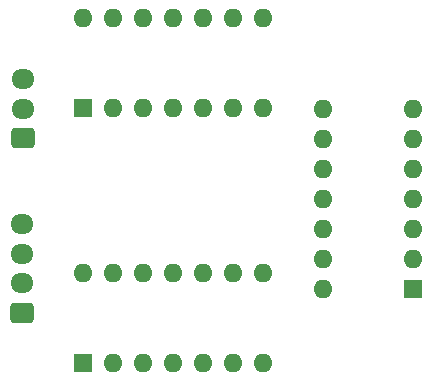
<source format=gbr>
%TF.GenerationSoftware,KiCad,Pcbnew,(6.0.6)*%
%TF.CreationDate,2022-12-02T11:59:31+05:30*%
%TF.ProjectId,exp6a,65787036-612e-46b6-9963-61645f706362,rev?*%
%TF.SameCoordinates,Original*%
%TF.FileFunction,Copper,L1,Top*%
%TF.FilePolarity,Positive*%
%FSLAX46Y46*%
G04 Gerber Fmt 4.6, Leading zero omitted, Abs format (unit mm)*
G04 Created by KiCad (PCBNEW (6.0.6)) date 2022-12-02 11:59:31*
%MOMM*%
%LPD*%
G01*
G04 APERTURE LIST*
G04 Aperture macros list*
%AMRoundRect*
0 Rectangle with rounded corners*
0 $1 Rounding radius*
0 $2 $3 $4 $5 $6 $7 $8 $9 X,Y pos of 4 corners*
0 Add a 4 corners polygon primitive as box body*
4,1,4,$2,$3,$4,$5,$6,$7,$8,$9,$2,$3,0*
0 Add four circle primitives for the rounded corners*
1,1,$1+$1,$2,$3*
1,1,$1+$1,$4,$5*
1,1,$1+$1,$6,$7*
1,1,$1+$1,$8,$9*
0 Add four rect primitives between the rounded corners*
20,1,$1+$1,$2,$3,$4,$5,0*
20,1,$1+$1,$4,$5,$6,$7,0*
20,1,$1+$1,$6,$7,$8,$9,0*
20,1,$1+$1,$8,$9,$2,$3,0*%
G04 Aperture macros list end*
%TA.AperFunction,ComponentPad*%
%ADD10RoundRect,0.250000X0.725000X-0.600000X0.725000X0.600000X-0.725000X0.600000X-0.725000X-0.600000X0*%
%TD*%
%TA.AperFunction,ComponentPad*%
%ADD11O,1.950000X1.700000*%
%TD*%
%TA.AperFunction,ComponentPad*%
%ADD12R,1.600000X1.600000*%
%TD*%
%TA.AperFunction,ComponentPad*%
%ADD13O,1.600000X1.600000*%
%TD*%
G04 APERTURE END LIST*
D10*
%TO.P,J1,1,Pin_1*%
%TO.N,GND*%
X126912500Y-107460000D03*
D11*
%TO.P,J1,2,Pin_2*%
%TO.N,VCC*%
X126912500Y-104960000D03*
%TO.P,J1,3,Pin_3*%
%TO.N,B*%
X126912500Y-102460000D03*
%TO.P,J1,4,Pin_4*%
%TO.N,A*%
X126912500Y-99960000D03*
%TD*%
D12*
%TO.P,U1,1*%
%TO.N,B*%
X132075000Y-111750000D03*
D13*
%TO.P,U1,2*%
%TO.N,Net-(U1-Pad2)*%
X134615000Y-111750000D03*
%TO.P,U1,3*%
%TO.N,N/C*%
X137155000Y-111750000D03*
%TO.P,U1,4*%
X139695000Y-111750000D03*
%TO.P,U1,5*%
%TO.N,A*%
X142235000Y-111750000D03*
%TO.P,U1,6*%
%TO.N,Net-(U1-Pad6)*%
X144775000Y-111750000D03*
%TO.P,U1,7,Gnd*%
%TO.N,GND*%
X147315000Y-111750000D03*
%TO.P,U1,8*%
%TO.N,N/C*%
X147315000Y-104130000D03*
%TO.P,U1,9*%
X144775000Y-104130000D03*
%TO.P,U1,10*%
X142235000Y-104130000D03*
%TO.P,U1,11*%
X139695000Y-104130000D03*
%TO.P,U1,12*%
%TO.N,Y2*%
X137155000Y-104130000D03*
%TO.P,U1,13*%
%TO.N,Net-(U1-Pad13)*%
X134615000Y-104130000D03*
%TO.P,U1,14,Vcc*%
%TO.N,VCC*%
X132075000Y-104130000D03*
%TD*%
D12*
%TO.P,U3,1*%
%TO.N,A*%
X160010000Y-105415000D03*
D13*
%TO.P,U3,2*%
%TO.N,Net-(U1-Pad2)*%
X160010000Y-102875000D03*
%TO.P,U3,3*%
%TO.N,Y1*%
X160010000Y-100335000D03*
%TO.P,U3,4*%
%TO.N,Net-(U1-Pad6)*%
X160010000Y-97795000D03*
%TO.P,U3,5*%
%TO.N,B*%
X160010000Y-95255000D03*
%TO.P,U3,6*%
%TO.N,Y3*%
X160010000Y-92715000D03*
%TO.P,U3,7,Gnd*%
%TO.N,GND*%
X160010000Y-90175000D03*
%TO.P,U3,8*%
%TO.N,N/C*%
X152390000Y-90175000D03*
%TO.P,U3,9*%
X152390000Y-92715000D03*
%TO.P,U3,10*%
X152390000Y-95255000D03*
%TO.P,U3,11*%
X152390000Y-97795000D03*
%TO.P,U3,12*%
X152390000Y-100335000D03*
%TO.P,U3,13*%
X152390000Y-102875000D03*
%TO.P,U3,14,Vcc*%
%TO.N,VCC*%
X152390000Y-105415000D03*
%TD*%
D12*
%TO.P,U2,1*%
%TO.N,A*%
X132075000Y-90160000D03*
D13*
%TO.P,U2,2*%
%TO.N,B*%
X134615000Y-90160000D03*
%TO.P,U2,3*%
%TO.N,Net-(U1-Pad13)*%
X137155000Y-90160000D03*
%TO.P,U2,4*%
%TO.N,N/C*%
X139695000Y-90160000D03*
%TO.P,U2,5*%
X142235000Y-90160000D03*
%TO.P,U2,6*%
X144775000Y-90160000D03*
%TO.P,U2,7,Gnd*%
%TO.N,GND*%
X147315000Y-90160000D03*
%TO.P,U2,8*%
%TO.N,N/C*%
X147315000Y-82540000D03*
%TO.P,U2,9*%
X144775000Y-82540000D03*
%TO.P,U2,10*%
X142235000Y-82540000D03*
%TO.P,U2,11*%
X139695000Y-82540000D03*
%TO.P,U2,12*%
X137155000Y-82540000D03*
%TO.P,U2,13*%
X134615000Y-82540000D03*
%TO.P,U2,14,Vcc*%
%TO.N,VCC*%
X132075000Y-82540000D03*
%TD*%
D10*
%TO.P,J2,1,Pin_1*%
%TO.N,Y2*%
X126992500Y-92670000D03*
D11*
%TO.P,J2,2,Pin_2*%
%TO.N,Y1*%
X126992500Y-90170000D03*
%TO.P,J2,3,Pin_3*%
%TO.N,Y3*%
X126992500Y-87670000D03*
%TD*%
M02*

</source>
